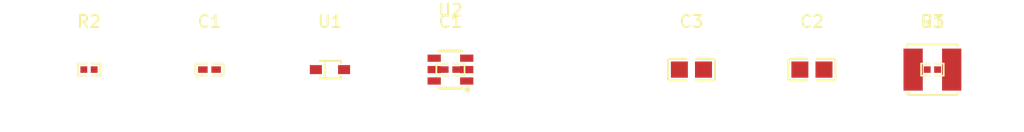
<source format=kicad_pcb>
(kicad_pcb (version 20240108) (generator "atopile") (generator_version "0.3.13-dev0")
  (layers (0 "F.Cu" signal) (31 "B.Cu" signal) (34 "B.Paste" user) (35 "F.Paste" user) (36 "B.SilkS" user "B.Silkscreen") (37 "F.SilkS" user "F.Silkscreen") (38 "B.Mask" user) (39 "F.Mask" user) (44 "Edge.Cuts" user))
  (net 0 "")
  (net 9 "ADJ_NC")
  (net 11 "hv-1")
  (net 1 "cathode")
  (net 2 "hv-1")
  (net 3 "gnd-1")
  (net 4 "line")
  (net 5 "CB")
  (net 6 "hv")
  (net 7 "gnd")
  (footprint "atopile:R0402-56259e" (layer "F.Cu") (at 10 -5 0)
    (property "Reference" "R2" (at 0 -4 0) (layer "F.SilkS") (hide no))
    (property "Value" "24kΩ ±1% 62.5mW")
    (fp_line (start -0.23 0.5) (end -0.94 0.5) (stroke (width 0.15)) (layer "F.SilkS"))
    (fp_line (start -0.94 0.5) (end -0.94 -0.5) (stroke (width 0.15)) (layer "F.SilkS"))
    (fp_line (start -0.94 -0.5) (end -0.23 -0.5) (stroke (width 0.15)) (layer "F.SilkS"))
    (fp_line (start 0.23 0.5) (end 0.94 0.5) (stroke (width 0.15)) (layer "F.SilkS"))
    (fp_line (start 0.94 0.5) (end 0.94 -0.5) (stroke (width 0.15)) (layer "F.SilkS"))
    (fp_line (start 0.94 -0.5) (end 0.23 -0.5) (stroke (width 0.15)) (layer "F.SilkS"))
    (fp_text user "${REFERENCE}" (at 0 -4 0) (layer "F.SilkS"))
    (pad "2" smd rect (at 0.43 0 0) (size 0.57 0.54) (layers "F.Cu" "F.Paste" "F.Mask") (net 4 "line"))
    (pad "1" smd rect (at -0.43 0 0) (size 0.57 0.54) (layers "F.Cu" "F.Paste" "F.Mask") (net 2 "hv-1"))
  )
  (footprint "atopile:R0402-56259e" (layer "F.Cu") (at 80 -5 0)
    (property "Reference" "R1" (at 0 -4 0) (layer "F.SilkS") (hide no))
    (property "Value" "7.5kΩ ±1% 62.5mW")
    (fp_line (start -0.23 0.5) (end -0.94 0.5) (stroke (width 0.15)) (layer "F.SilkS"))
    (fp_line (start -0.94 0.5) (end -0.94 -0.5) (stroke (width 0.15)) (layer "F.SilkS"))
    (fp_line (start -0.94 -0.5) (end -0.23 -0.5) (stroke (width 0.15)) (layer "F.SilkS"))
    (fp_line (start 0.23 0.5) (end 0.94 0.5) (stroke (width 0.15)) (layer "F.SilkS"))
    (fp_line (start 0.94 0.5) (end 0.94 -0.5) (stroke (width 0.15)) (layer "F.SilkS"))
    (fp_line (start 0.94 -0.5) (end 0.23 -0.5) (stroke (width 0.15)) (layer "F.SilkS"))
    (fp_text user "${REFERENCE}" (at 0 -4 0) (layer "F.SilkS"))
    (pad "2" smd rect (at 0.43 0 0) (size 0.57 0.54) (layers "F.Cu" "F.Paste" "F.Mask") (net 3 "gnd-1"))
    (pad "1" smd rect (at -0.43 0 0) (size 0.57 0.54) (layers "F.Cu" "F.Paste" "F.Mask") (net 4 "line"))
  )
  (footprint "atopile:C0402-b3ef17" (layer "F.Cu") (at 40 -5 0)
    (property "Reference" "C1" (at 0 -4 0) (layer "F.SilkS") (hide no))
    (property "Value" "1µF ±10% 25V X5R")
    (fp_line (start 1.02 -0.5) (end 0.23 -0.5) (stroke (width 0.15)) (layer "F.SilkS"))
    (fp_line (start 0.23 0.5) (end 1.02 0.5) (stroke (width 0.15)) (layer "F.SilkS"))
    (fp_line (start 1.17 0.35) (end 1.17 -0.35) (stroke (width 0.15)) (layer "F.SilkS"))
    (fp_line (start -1.02 -0.5) (end -0.23 -0.5) (stroke (width 0.15)) (layer "F.SilkS"))
    (fp_line (start -0.23 0.5) (end -1.02 0.5) (stroke (width 0.15)) (layer "F.SilkS"))
    (fp_line (start -1.17 0.35) (end -1.17 -0.35) (stroke (width 0.15)) (layer "F.SilkS"))
    (fp_arc (start 1.17 0.35) (mid 1.1260660171779822 0.456066017177982) (end 1.02 0.4999999999999999) (stroke (width 0.15)) (layer "F.SilkS"))
    (fp_arc (start 1.02 -0.5) (mid 1.1260660171779822 -0.4560660171779821) (end 1.17 -0.35) (stroke (width 0.15)) (layer "F.SilkS"))
    (fp_arc (start -1.17 0.35) (mid -1.1260660171779822 0.456066017177982) (end -1.02 0.4999999999999999) (stroke (width 0.15)) (layer "F.SilkS"))
    (fp_arc (start -1.02 -0.5) (mid -1.1260660171779822 -0.4560660171779821) (end -1.17 -0.35) (stroke (width 0.15)) (layer "F.SilkS"))
    (fp_text user "${REFERENCE}" (at 0 -4 0) (layer "F.SilkS"))
    (pad "2" smd rect (at 0.55 0 0) (size 0.79 0.54) (layers "F.Cu" "F.Paste" "F.Mask") (net 0 ""))
    (pad "1" smd rect (at -0.55 0 0) (size 0.79 0.54) (layers "F.Cu" "F.Paste" "F.Mask") (net 0 ""))
  )
  (footprint "atopile:C0402-b3ef17" (layer "F.Cu") (at 20 -5 0)
    (property "Reference" "C1" (at 0 -4 0) (layer "F.SilkS") (hide no))
    (property "Value" "470nF ±20% 16V X5R")
    (fp_line (start 1.02 -0.5) (end 0.23 -0.5) (stroke (width 0.15)) (layer "F.SilkS"))
    (fp_line (start 0.23 0.5) (end 1.02 0.5) (stroke (width 0.15)) (layer "F.SilkS"))
    (fp_line (start 1.17 0.35) (end 1.17 -0.35) (stroke (width 0.15)) (layer "F.SilkS"))
    (fp_line (start -1.02 -0.5) (end -0.23 -0.5) (stroke (width 0.15)) (layer "F.SilkS"))
    (fp_line (start -0.23 0.5) (end -1.02 0.5) (stroke (width 0.15)) (layer "F.SilkS"))
    (fp_line (start -1.17 0.35) (end -1.17 -0.35) (stroke (width 0.15)) (layer "F.SilkS"))
    (fp_arc (start 1.17 0.35) (mid 1.1260660171779822 0.456066017177982) (end 1.02 0.4999999999999999) (stroke (width 0.15)) (layer "F.SilkS"))
    (fp_arc (start 1.02 -0.5) (mid 1.1260660171779822 -0.4560660171779821) (end 1.17 -0.35) (stroke (width 0.15)) (layer "F.SilkS"))
    (fp_arc (start -1.17 0.35) (mid -1.1260660171779822 0.456066017177982) (end -1.02 0.4999999999999999) (stroke (width 0.15)) (layer "F.SilkS"))
    (fp_arc (start -1.02 -0.5) (mid -1.1260660171779822 -0.4560660171779821) (end -1.17 -0.35) (stroke (width 0.15)) (layer "F.SilkS"))
    (fp_text user "${REFERENCE}" (at 0 -4 0) (layer "F.SilkS"))
    (pad "2" smd rect (at 0.55 0 0) (size 0.79 0.54) (layers "F.Cu" "F.Paste" "F.Mask") (net 1 "cathode"))
    (pad "1" smd rect (at -0.55 0 0) (size 0.79 0.54) (layers "F.Cu" "F.Paste" "F.Mask") (net 5 "CB"))
  )
  (footprint "lib:SOD-323_L1.8-W1.3-LS2.5-RD" (layer "F.Cu") (at 30 -5 0)
    (property "Reference" "U1" (at 0 -4 0) (layer "F.SilkS") (hide no))
    (property "Value" "")
    (fp_line (start 0.91 0.73) (end 0.91 0.52) (stroke (width 0.15)) (layer "F.SilkS"))
    (fp_line (start 0.91 -0.73) (end 0.91 -0.53) (stroke (width 0.15)) (layer "F.SilkS"))
    (fp_line (start -0.85 -0.73) (end 0.91 -0.73) (stroke (width 0.15)) (layer "F.SilkS"))
    (fp_line (start -0.85 0.73) (end 0.91 0.73) (stroke (width 0.15)) (layer "F.SilkS"))
    (fp_line (start -0.44 -0.73) (end -0.44 0.73) (stroke (width 0.15)) (layer "F.SilkS"))
    (fp_text user "${REFERENCE}" (at 0 -4 0) (layer "F.SilkS"))
    (pad "2" smd rect (at 1.17 0 0) (size 1 0.75) (layers "F.Cu" "F.Paste" "F.Mask") (net 3 "gnd-1"))
    (pad "1" smd rect (at -1.17 0 0) (size 1 0.75) (layers "F.Cu" "F.Paste" "F.Mask") (net 1 "cathode"))
  )
  (footprint "lib:SOT-23-6_L2.9-W1.6-P0.95-LS2.8-BR" (layer "F.Cu") (at 40 -5 0)
    (property "Reference" "U2" (at 0 -4.95 0) (layer "F.SilkS") (hide no))
    (property "Value" "")
    (fp_line (start -0.9 -1.55) (end 0.9 -1.55) (stroke (width 0.25)) (layer "F.SilkS"))
    (fp_line (start -0.9 1.55) (end 0.9 1.55) (stroke (width 0.25)) (layer "F.SilkS"))
    (fp_circle (center 1.4 1.65) (end 1.53 1.65) (stroke (width 0.25)) (fill none) (layer "F.SilkS"))
    (fp_text user "${REFERENCE}" (at 0 -4.95 0) (layer "F.SilkS"))
    (pad "3" smd rect (at 1.35 -0.95 0) (size 1.1 0.6) (layers "F.Cu" "F.Paste" "F.Mask") (net 4 "line"))
    (pad "2" smd rect (at 1.35 0 0) (size 1.1 0.6) (layers "F.Cu" "F.Paste" "F.Mask") (net 7 "gnd"))
    (pad "1" smd rect (at 1.35 0.95 0) (size 1.1 0.6) (layers "F.Cu" "F.Paste" "F.Mask") (net 5 "CB"))
    (pad "6" smd rect (at -1.35 0.95 0) (size 1.1 0.6) (layers "F.Cu" "F.Paste" "F.Mask") (net 1 "cathode"))
    (pad "5" smd rect (at -1.35 0 0) (size 1.1 0.6) (layers "F.Cu" "F.Paste" "F.Mask") (net 6 "hv"))
    (pad "4" smd rect (at -1.35 -0.95 0) (size 1.1 0.6) (layers "F.Cu" "F.Paste" "F.Mask") (net 6 "hv"))
  )
  (footprint "atopile:C0805-3b2e55" (layer "F.Cu") (at 60 -5 0)
    (property "Reference" "C3" (at 0 -4 0) (layer "F.SilkS") (hide no))
    (property "Value" "10µF ±10% 25V X5R")
    (fp_line (start 1.81 -0.9) (end 0.4 -0.9) (stroke (width 0.15)) (layer "F.SilkS"))
    (fp_line (start 0.4 0.9) (end 1.81 0.9) (stroke (width 0.15)) (layer "F.SilkS"))
    (fp_line (start 1.96 0.75) (end 1.96 -0.75) (stroke (width 0.15)) (layer "F.SilkS"))
    (fp_line (start -1.81 -0.9) (end -0.4 -0.9) (stroke (width 0.15)) (layer "F.SilkS"))
    (fp_line (start -0.4 0.9) (end -1.81 0.9) (stroke (width 0.15)) (layer "F.SilkS"))
    (fp_line (start -1.96 0.75) (end -1.96 -0.75) (stroke (width 0.15)) (layer "F.SilkS"))
    (fp_arc (start 1.96 0.75) (mid 1.9160660171779822 0.856066017177982) (end 1.81 0.8999999999999999) (stroke (width 0.15)) (layer "F.SilkS"))
    (fp_arc (start 1.81 -0.9) (mid 1.9160660171779822 -0.8560660171779821) (end 1.96 -0.75) (stroke (width 0.15)) (layer "F.SilkS"))
    (fp_arc (start -1.96 0.75) (mid -1.9160660171779822 0.856066017177982) (end -1.81 0.8999999999999999) (stroke (width 0.15)) (layer "F.SilkS"))
    (fp_arc (start -1.81 -0.9) (mid -1.9160660171779822 -0.8560660171779821) (end -1.96 -0.75) (stroke (width 0.15)) (layer "F.SilkS"))
    (fp_text user "${REFERENCE}" (at 0 -4 0) (layer "F.SilkS"))
    (pad "2" smd rect (at 1 0 0) (size 1.41 1.35) (layers "F.Cu" "F.Paste" "F.Mask") (net 3 "gnd-1"))
    (pad "1" smd rect (at -1 0 0) (size 1.41 1.35) (layers "F.Cu" "F.Paste" "F.Mask") (net 2 "hv-1"))
  )
  (footprint "atopile:C0805-3b2e55" (layer "F.Cu") (at 70 -5 0)
    (property "Reference" "C2" (at 0 -4 0) (layer "F.SilkS") (hide no))
    (property "Value" "10µF ±10% 25V X5R")
    (fp_line (start 1.81 -0.9) (end 0.4 -0.9) (stroke (width 0.15)) (layer "F.SilkS"))
    (fp_line (start 0.4 0.9) (end 1.81 0.9) (stroke (width 0.15)) (layer "F.SilkS"))
    (fp_line (start 1.96 0.75) (end 1.96 -0.75) (stroke (width 0.15)) (layer "F.SilkS"))
    (fp_line (start -1.81 -0.9) (end -0.4 -0.9) (stroke (width 0.15)) (layer "F.SilkS"))
    (fp_line (start -0.4 0.9) (end -1.81 0.9) (stroke (width 0.15)) (layer "F.SilkS"))
    (fp_line (start -1.96 0.75) (end -1.96 -0.75) (stroke (width 0.15)) (layer "F.SilkS"))
    (fp_arc (start 1.96 0.75) (mid 1.9160660171779822 0.856066017177982) (end 1.81 0.8999999999999999) (stroke (width 0.15)) (layer "F.SilkS"))
    (fp_arc (start 1.81 -0.9) (mid 1.9160660171779822 -0.8560660171779821) (end 1.96 -0.75) (stroke (width 0.15)) (layer "F.SilkS"))
    (fp_arc (start -1.96 0.75) (mid -1.9160660171779822 0.856066017177982) (end -1.81 0.8999999999999999) (stroke (width 0.15)) (layer "F.SilkS"))
    (fp_arc (start -1.81 -0.9) (mid -1.9160660171779822 -0.8560660171779821) (end -1.96 -0.75) (stroke (width 0.15)) (layer "F.SilkS"))
    (fp_text user "${REFERENCE}" (at 0 -4 0) (layer "F.SilkS"))
    (pad "2" smd rect (at 1 0 0) (size 1.41 1.35) (layers "F.Cu" "F.Paste" "F.Mask") (net 7 "gnd"))
    (pad "1" smd rect (at -1 0 0) (size 1.41 1.35) (layers "F.Cu" "F.Paste" "F.Mask") (net 6 "hv"))
  )
  (footprint "lib:IND-SMD_L4.0-W4.0" (layer "F.Cu") (at 80 -5 0)
    (property "Reference" "U3" (at 0 -4 0) (layer "F.SilkS") (hide no))
    (property "Value" "10µH ±20%")
    (fp_line (start -2.06 1.89) (end -2.06 2.1) (stroke (width 0.15)) (layer "F.SilkS"))
    (fp_line (start -2.06 2.1) (end 2.09 2.1) (stroke (width 0.15)) (layer "F.SilkS"))
    (fp_line (start 2.09 2.1) (end 2.09 1.9) (stroke (width 0.15)) (layer "F.SilkS"))
    (fp_line (start 2.07 -1.9) (end 2.08 -2.1) (stroke (width 0.15)) (layer "F.SilkS"))
    (fp_line (start 2.08 -2.1) (end -2.09 -2.1) (stroke (width 0.15)) (layer "F.SilkS"))
    (fp_line (start -2.09 -2.1) (end -2.09 -1.88) (stroke (width 0.15)) (layer "F.SilkS"))
    (fp_text user "${REFERENCE}" (at 0 -4 0) (layer "F.SilkS"))
    (pad "2" smd rect (at 1.6 0 0) (size 1.6 3.5) (layers "F.Cu" "F.Paste" "F.Mask") (net 2 "hv-1"))
    (pad "1" smd rect (at -1.6 0 0) (size 1.6 3.5) (layers "F.Cu" "F.Paste" "F.Mask") (net 1 "cathode"))
  )
)
</source>
